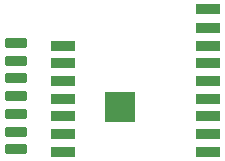
<source format=gbr>
%TF.GenerationSoftware,KiCad,Pcbnew,(6.0.7)*%
%TF.CreationDate,2023-04-20T23:19:39+02:00*%
%TF.ProjectId,gosund-esp-adapter,676f7375-6e64-42d6-9573-702d61646170,rev?*%
%TF.SameCoordinates,Original*%
%TF.FileFunction,Soldermask,Top*%
%TF.FilePolarity,Negative*%
%FSLAX46Y46*%
G04 Gerber Fmt 4.6, Leading zero omitted, Abs format (unit mm)*
G04 Created by KiCad (PCBNEW (6.0.7)) date 2023-04-20 23:19:39*
%MOMM*%
%LPD*%
G01*
G04 APERTURE LIST*
G04 Aperture macros list*
%AMRoundRect*
0 Rectangle with rounded corners*
0 $1 Rounding radius*
0 $2 $3 $4 $5 $6 $7 $8 $9 X,Y pos of 4 corners*
0 Add a 4 corners polygon primitive as box body*
4,1,4,$2,$3,$4,$5,$6,$7,$8,$9,$2,$3,0*
0 Add four circle primitives for the rounded corners*
1,1,$1+$1,$2,$3*
1,1,$1+$1,$4,$5*
1,1,$1+$1,$6,$7*
1,1,$1+$1,$8,$9*
0 Add four rect primitives between the rounded corners*
20,1,$1+$1,$2,$3,$4,$5,0*
20,1,$1+$1,$4,$5,$6,$7,0*
20,1,$1+$1,$6,$7,$8,$9,0*
20,1,$1+$1,$8,$9,$2,$3,0*%
G04 Aperture macros list end*
%ADD10RoundRect,0.090000X-0.810000X-0.360000X0.810000X-0.360000X0.810000X0.360000X-0.810000X0.360000X0*%
%ADD11R,2.000000X0.900000*%
%ADD12R,2.500000X2.500000*%
G04 APERTURE END LIST*
D10*
%TO.C,J1*%
X139435000Y-94996000D03*
X139435000Y-93496000D03*
X139435000Y-91996000D03*
X139435000Y-90496000D03*
X139435000Y-88996000D03*
X139435000Y-87496000D03*
X139435000Y-85996000D03*
%TD*%
D11*
%TO.C,U1*%
X143383000Y-86214000D03*
X143383000Y-87714000D03*
X143383000Y-89214000D03*
X143383000Y-90714000D03*
X143383000Y-92214000D03*
X143383000Y-93714000D03*
X143383000Y-95214000D03*
X155683000Y-95214000D03*
X155683000Y-93714000D03*
X155683000Y-92214000D03*
X155683000Y-90714000D03*
X155683000Y-89214000D03*
X155683000Y-87714000D03*
X155683000Y-86214000D03*
X155683000Y-84714000D03*
X155683000Y-83118000D03*
D12*
X148233000Y-91414000D03*
%TD*%
M02*

</source>
